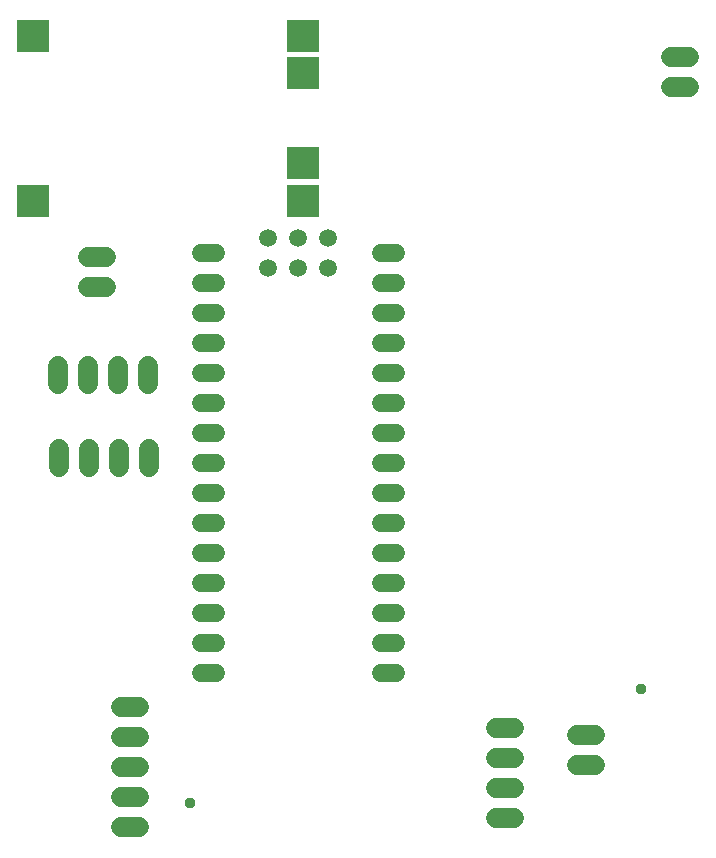
<source format=gbr>
G04 EAGLE Gerber X2 export*
%TF.Part,Single*%
%TF.FileFunction,Soldermask,Bot,1*%
%TF.FilePolarity,Negative*%
%TF.GenerationSoftware,Autodesk,EAGLE,9.1.1*%
%TF.CreationDate,2018-09-05T07:54:37Z*%
G75*
%MOMM*%
%FSLAX34Y34*%
%LPD*%
%AMOC8*
5,1,8,0,0,1.08239X$1,22.5*%
G01*
%ADD10C,1.727200*%
%ADD11R,2.703200X2.703200*%
%ADD12C,1.511200*%
%ADD13C,1.511200*%
%ADD14C,0.959600*%


D10*
X575320Y839000D02*
X560080Y839000D01*
X560080Y864400D02*
X575320Y864400D01*
X427320Y220700D02*
X412080Y220700D01*
X412080Y246100D02*
X427320Y246100D01*
X427320Y271500D02*
X412080Y271500D01*
X412080Y296900D02*
X427320Y296900D01*
X117600Y588180D02*
X117600Y603420D01*
X92200Y603420D02*
X92200Y588180D01*
X66800Y588180D02*
X66800Y603420D01*
X41400Y603420D02*
X41400Y588180D01*
X94680Y314000D02*
X109920Y314000D01*
X109920Y288600D02*
X94680Y288600D01*
X94680Y263200D02*
X109920Y263200D01*
X109920Y237800D02*
X94680Y237800D01*
X94680Y212400D02*
X109920Y212400D01*
X480580Y265600D02*
X495820Y265600D01*
X495820Y291000D02*
X480580Y291000D01*
X81820Y670100D02*
X66580Y670100D01*
X66580Y695500D02*
X81820Y695500D01*
X118300Y532420D02*
X118300Y517180D01*
X92900Y517180D02*
X92900Y532420D01*
X67500Y532420D02*
X67500Y517180D01*
X42100Y517180D02*
X42100Y532420D01*
D11*
X19950Y882450D03*
X19950Y742750D03*
X248550Y850700D03*
X248550Y774500D03*
X248550Y882450D03*
X248550Y742750D03*
D12*
X314260Y698900D02*
X327340Y698900D01*
X327340Y673500D02*
X314260Y673500D01*
X314260Y648100D02*
X327340Y648100D01*
X327340Y622700D02*
X314260Y622700D01*
X314260Y597300D02*
X327340Y597300D01*
X327340Y571900D02*
X314260Y571900D01*
X314260Y546500D02*
X327340Y546500D01*
X327340Y521100D02*
X314260Y521100D01*
X314260Y495700D02*
X327340Y495700D01*
X327340Y470300D02*
X314260Y470300D01*
X314260Y444900D02*
X327340Y444900D01*
X327340Y419500D02*
X314260Y419500D01*
X174940Y698900D02*
X161860Y698900D01*
X161860Y673500D02*
X174940Y673500D01*
X174940Y648100D02*
X161860Y648100D01*
X161860Y495700D02*
X174940Y495700D01*
X174940Y470300D02*
X161860Y470300D01*
X161860Y444900D02*
X174940Y444900D01*
X174940Y419500D02*
X161860Y419500D01*
X161860Y343300D02*
X174940Y343300D01*
X314260Y343300D02*
X327340Y343300D01*
X327340Y368700D02*
X314260Y368700D01*
X314260Y394100D02*
X327340Y394100D01*
X174940Y368700D02*
X161860Y368700D01*
X161860Y394100D02*
X174940Y394100D01*
X174940Y622700D02*
X161860Y622700D01*
D13*
X219200Y686200D03*
X244600Y686200D03*
X270000Y686200D03*
D12*
X174940Y521100D02*
X161860Y521100D01*
X161860Y546500D02*
X174940Y546500D01*
X174940Y571900D02*
X161860Y571900D01*
X161860Y597300D02*
X174940Y597300D01*
D13*
X219200Y711600D03*
X244600Y711600D03*
X270000Y711600D03*
D14*
X534300Y329900D03*
X152900Y232700D03*
M02*

</source>
